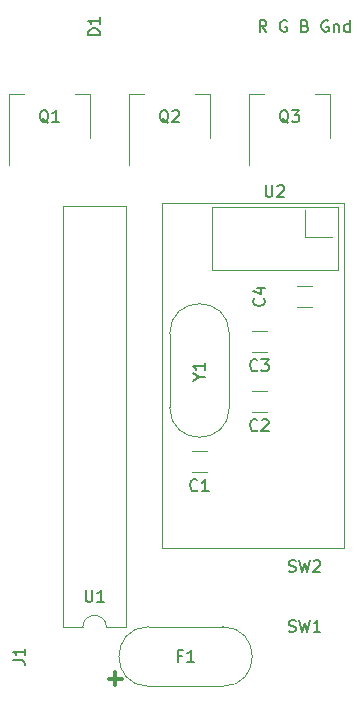
<source format=gbr>
G04 #@! TF.GenerationSoftware,KiCad,Pcbnew,5.1.5-52549c5~84~ubuntu18.04.1*
G04 #@! TF.CreationDate,2020-01-02T13:16:35+00:00*
G04 #@! TF.ProjectId,receiver,72656365-6976-4657-922e-6b696361645f,rev?*
G04 #@! TF.SameCoordinates,Original*
G04 #@! TF.FileFunction,Legend,Top*
G04 #@! TF.FilePolarity,Positive*
%FSLAX46Y46*%
G04 Gerber Fmt 4.6, Leading zero omitted, Abs format (unit mm)*
G04 Created by KiCad (PCBNEW 5.1.5-52549c5~84~ubuntu18.04.1) date 2020-01-02 13:16:35*
%MOMM*%
%LPD*%
G04 APERTURE LIST*
%ADD10C,0.300000*%
%ADD11C,0.200000*%
%ADD12C,0.120000*%
%ADD13C,0.150000*%
G04 APERTURE END LIST*
D10*
X112958571Y-126337142D02*
X114101428Y-126337142D01*
X113530000Y-126908571D02*
X113530000Y-125765714D01*
D11*
X126301904Y-71572380D02*
X125968571Y-71096190D01*
X125730476Y-71572380D02*
X125730476Y-70572380D01*
X126111428Y-70572380D01*
X126206666Y-70620000D01*
X126254285Y-70667619D01*
X126301904Y-70762857D01*
X126301904Y-70905714D01*
X126254285Y-71000952D01*
X126206666Y-71048571D01*
X126111428Y-71096190D01*
X125730476Y-71096190D01*
X128016190Y-70620000D02*
X127920952Y-70572380D01*
X127778095Y-70572380D01*
X127635238Y-70620000D01*
X127540000Y-70715238D01*
X127492380Y-70810476D01*
X127444761Y-71000952D01*
X127444761Y-71143809D01*
X127492380Y-71334285D01*
X127540000Y-71429523D01*
X127635238Y-71524761D01*
X127778095Y-71572380D01*
X127873333Y-71572380D01*
X128016190Y-71524761D01*
X128063809Y-71477142D01*
X128063809Y-71143809D01*
X127873333Y-71143809D01*
X129587619Y-71048571D02*
X129730476Y-71096190D01*
X129778095Y-71143809D01*
X129825714Y-71239047D01*
X129825714Y-71381904D01*
X129778095Y-71477142D01*
X129730476Y-71524761D01*
X129635238Y-71572380D01*
X129254285Y-71572380D01*
X129254285Y-70572380D01*
X129587619Y-70572380D01*
X129682857Y-70620000D01*
X129730476Y-70667619D01*
X129778095Y-70762857D01*
X129778095Y-70858095D01*
X129730476Y-70953333D01*
X129682857Y-71000952D01*
X129587619Y-71048571D01*
X129254285Y-71048571D01*
X131540000Y-70620000D02*
X131444761Y-70572380D01*
X131301904Y-70572380D01*
X131159047Y-70620000D01*
X131063809Y-70715238D01*
X131016190Y-70810476D01*
X130968571Y-71000952D01*
X130968571Y-71143809D01*
X131016190Y-71334285D01*
X131063809Y-71429523D01*
X131159047Y-71524761D01*
X131301904Y-71572380D01*
X131397142Y-71572380D01*
X131540000Y-71524761D01*
X131587619Y-71477142D01*
X131587619Y-71143809D01*
X131397142Y-71143809D01*
X132016190Y-70905714D02*
X132016190Y-71572380D01*
X132016190Y-71000952D02*
X132063809Y-70953333D01*
X132159047Y-70905714D01*
X132301904Y-70905714D01*
X132397142Y-70953333D01*
X132444761Y-71048571D01*
X132444761Y-71572380D01*
X133349523Y-71572380D02*
X133349523Y-70572380D01*
X133349523Y-71524761D02*
X133254285Y-71572380D01*
X133063809Y-71572380D01*
X132968571Y-71524761D01*
X132920952Y-71477142D01*
X132873333Y-71381904D01*
X132873333Y-71096190D01*
X132920952Y-71000952D01*
X132968571Y-70953333D01*
X133063809Y-70905714D01*
X133254285Y-70905714D01*
X133349523Y-70953333D01*
D12*
X111360000Y-76830000D02*
X110100000Y-76830000D01*
X104540000Y-76830000D02*
X105800000Y-76830000D01*
X111360000Y-80590000D02*
X111360000Y-76830000D01*
X104540000Y-82840000D02*
X104540000Y-76830000D01*
X114700000Y-82840000D02*
X114700000Y-76830000D01*
X121520000Y-80590000D02*
X121520000Y-76830000D01*
X114700000Y-76830000D02*
X115960000Y-76830000D01*
X121520000Y-76830000D02*
X120260000Y-76830000D01*
X131680000Y-76830000D02*
X130420000Y-76830000D01*
X124860000Y-76830000D02*
X126120000Y-76830000D01*
X131680000Y-80590000D02*
X131680000Y-76830000D01*
X124860000Y-82840000D02*
X124860000Y-76830000D01*
X121259000Y-108870000D02*
X120001000Y-108870000D01*
X121259000Y-107030000D02*
X120001000Y-107030000D01*
X132334000Y-86360000D02*
X132334000Y-91694000D01*
X132334000Y-91694000D02*
X121666000Y-91694000D01*
X121666000Y-91694000D02*
X121666000Y-86360000D01*
X121666000Y-86360000D02*
X121666000Y-86360000D01*
X131826000Y-88900000D02*
X129540000Y-88900000D01*
X129540000Y-88900000D02*
X129540000Y-86614000D01*
X129540000Y-86614000D02*
X129540000Y-86614000D01*
X132910000Y-86030000D02*
X132910000Y-115230000D01*
X132910000Y-115230000D02*
X117460000Y-115230000D01*
X117460000Y-115230000D02*
X117460000Y-86030000D01*
X117460000Y-86030000D02*
X132910000Y-86030000D01*
X132910000Y-86030000D02*
X132910000Y-86030000D01*
X121666000Y-86360000D02*
X132334000Y-86360000D01*
X132334000Y-86360000D02*
X132334000Y-86360000D01*
X110760000Y-121980000D02*
G75*
G02X112760000Y-121980000I1000000J0D01*
G01*
X112760000Y-121980000D02*
X114410000Y-121980000D01*
X114410000Y-121980000D02*
X114410000Y-86300000D01*
X114410000Y-86300000D02*
X109110000Y-86300000D01*
X109110000Y-86300000D02*
X109110000Y-121980000D01*
X109110000Y-121980000D02*
X110760000Y-121980000D01*
X126339000Y-103790000D02*
X125081000Y-103790000D01*
X126339000Y-101950000D02*
X125081000Y-101950000D01*
X126339000Y-96870000D02*
X125081000Y-96870000D01*
X126339000Y-98710000D02*
X125081000Y-98710000D01*
X128931000Y-94900000D02*
X130189000Y-94900000D01*
X128931000Y-93060000D02*
X130189000Y-93060000D01*
X118125000Y-103365000D02*
X118125000Y-97115000D01*
X123175000Y-103365000D02*
X123175000Y-97115000D01*
X123175000Y-103365000D02*
G75*
G02X118125000Y-103365000I-2525000J0D01*
G01*
X123175000Y-97115000D02*
G75*
G03X118125000Y-97115000I-2525000J0D01*
G01*
X122595000Y-126985000D02*
X116345000Y-126985000D01*
X122595000Y-121935000D02*
X116345000Y-121935000D01*
X122595000Y-121935000D02*
G75*
G02X122595000Y-126985000I0J-2525000D01*
G01*
X116345000Y-121935000D02*
G75*
G03X116345000Y-126985000I0J-2525000D01*
G01*
D13*
X107854761Y-79287619D02*
X107759523Y-79240000D01*
X107664285Y-79144761D01*
X107521428Y-79001904D01*
X107426190Y-78954285D01*
X107330952Y-78954285D01*
X107378571Y-79192380D02*
X107283333Y-79144761D01*
X107188095Y-79049523D01*
X107140476Y-78859047D01*
X107140476Y-78525714D01*
X107188095Y-78335238D01*
X107283333Y-78240000D01*
X107378571Y-78192380D01*
X107569047Y-78192380D01*
X107664285Y-78240000D01*
X107759523Y-78335238D01*
X107807142Y-78525714D01*
X107807142Y-78859047D01*
X107759523Y-79049523D01*
X107664285Y-79144761D01*
X107569047Y-79192380D01*
X107378571Y-79192380D01*
X108759523Y-79192380D02*
X108188095Y-79192380D01*
X108473809Y-79192380D02*
X108473809Y-78192380D01*
X108378571Y-78335238D01*
X108283333Y-78430476D01*
X108188095Y-78478095D01*
X118014761Y-79287619D02*
X117919523Y-79240000D01*
X117824285Y-79144761D01*
X117681428Y-79001904D01*
X117586190Y-78954285D01*
X117490952Y-78954285D01*
X117538571Y-79192380D02*
X117443333Y-79144761D01*
X117348095Y-79049523D01*
X117300476Y-78859047D01*
X117300476Y-78525714D01*
X117348095Y-78335238D01*
X117443333Y-78240000D01*
X117538571Y-78192380D01*
X117729047Y-78192380D01*
X117824285Y-78240000D01*
X117919523Y-78335238D01*
X117967142Y-78525714D01*
X117967142Y-78859047D01*
X117919523Y-79049523D01*
X117824285Y-79144761D01*
X117729047Y-79192380D01*
X117538571Y-79192380D01*
X118348095Y-78287619D02*
X118395714Y-78240000D01*
X118490952Y-78192380D01*
X118729047Y-78192380D01*
X118824285Y-78240000D01*
X118871904Y-78287619D01*
X118919523Y-78382857D01*
X118919523Y-78478095D01*
X118871904Y-78620952D01*
X118300476Y-79192380D01*
X118919523Y-79192380D01*
X128174761Y-79287619D02*
X128079523Y-79240000D01*
X127984285Y-79144761D01*
X127841428Y-79001904D01*
X127746190Y-78954285D01*
X127650952Y-78954285D01*
X127698571Y-79192380D02*
X127603333Y-79144761D01*
X127508095Y-79049523D01*
X127460476Y-78859047D01*
X127460476Y-78525714D01*
X127508095Y-78335238D01*
X127603333Y-78240000D01*
X127698571Y-78192380D01*
X127889047Y-78192380D01*
X127984285Y-78240000D01*
X128079523Y-78335238D01*
X128127142Y-78525714D01*
X128127142Y-78859047D01*
X128079523Y-79049523D01*
X127984285Y-79144761D01*
X127889047Y-79192380D01*
X127698571Y-79192380D01*
X128460476Y-78192380D02*
X129079523Y-78192380D01*
X128746190Y-78573333D01*
X128889047Y-78573333D01*
X128984285Y-78620952D01*
X129031904Y-78668571D01*
X129079523Y-78763809D01*
X129079523Y-79001904D01*
X129031904Y-79097142D01*
X128984285Y-79144761D01*
X128889047Y-79192380D01*
X128603333Y-79192380D01*
X128508095Y-79144761D01*
X128460476Y-79097142D01*
X120463333Y-110357142D02*
X120415714Y-110404761D01*
X120272857Y-110452380D01*
X120177619Y-110452380D01*
X120034761Y-110404761D01*
X119939523Y-110309523D01*
X119891904Y-110214285D01*
X119844285Y-110023809D01*
X119844285Y-109880952D01*
X119891904Y-109690476D01*
X119939523Y-109595238D01*
X120034761Y-109500000D01*
X120177619Y-109452380D01*
X120272857Y-109452380D01*
X120415714Y-109500000D01*
X120463333Y-109547619D01*
X121415714Y-110452380D02*
X120844285Y-110452380D01*
X121130000Y-110452380D02*
X121130000Y-109452380D01*
X121034761Y-109595238D01*
X120939523Y-109690476D01*
X120844285Y-109738095D01*
X126238095Y-84542380D02*
X126238095Y-85351904D01*
X126285714Y-85447142D01*
X126333333Y-85494761D01*
X126428571Y-85542380D01*
X126619047Y-85542380D01*
X126714285Y-85494761D01*
X126761904Y-85447142D01*
X126809523Y-85351904D01*
X126809523Y-84542380D01*
X127238095Y-84637619D02*
X127285714Y-84590000D01*
X127380952Y-84542380D01*
X127619047Y-84542380D01*
X127714285Y-84590000D01*
X127761904Y-84637619D01*
X127809523Y-84732857D01*
X127809523Y-84828095D01*
X127761904Y-84970952D01*
X127190476Y-85542380D01*
X127809523Y-85542380D01*
X110998095Y-118832380D02*
X110998095Y-119641904D01*
X111045714Y-119737142D01*
X111093333Y-119784761D01*
X111188571Y-119832380D01*
X111379047Y-119832380D01*
X111474285Y-119784761D01*
X111521904Y-119737142D01*
X111569523Y-119641904D01*
X111569523Y-118832380D01*
X112569523Y-119832380D02*
X111998095Y-119832380D01*
X112283809Y-119832380D02*
X112283809Y-118832380D01*
X112188571Y-118975238D01*
X112093333Y-119070476D01*
X111998095Y-119118095D01*
X125543333Y-105277142D02*
X125495714Y-105324761D01*
X125352857Y-105372380D01*
X125257619Y-105372380D01*
X125114761Y-105324761D01*
X125019523Y-105229523D01*
X124971904Y-105134285D01*
X124924285Y-104943809D01*
X124924285Y-104800952D01*
X124971904Y-104610476D01*
X125019523Y-104515238D01*
X125114761Y-104420000D01*
X125257619Y-104372380D01*
X125352857Y-104372380D01*
X125495714Y-104420000D01*
X125543333Y-104467619D01*
X125924285Y-104467619D02*
X125971904Y-104420000D01*
X126067142Y-104372380D01*
X126305238Y-104372380D01*
X126400476Y-104420000D01*
X126448095Y-104467619D01*
X126495714Y-104562857D01*
X126495714Y-104658095D01*
X126448095Y-104800952D01*
X125876666Y-105372380D01*
X126495714Y-105372380D01*
X125543333Y-100197142D02*
X125495714Y-100244761D01*
X125352857Y-100292380D01*
X125257619Y-100292380D01*
X125114761Y-100244761D01*
X125019523Y-100149523D01*
X124971904Y-100054285D01*
X124924285Y-99863809D01*
X124924285Y-99720952D01*
X124971904Y-99530476D01*
X125019523Y-99435238D01*
X125114761Y-99340000D01*
X125257619Y-99292380D01*
X125352857Y-99292380D01*
X125495714Y-99340000D01*
X125543333Y-99387619D01*
X125876666Y-99292380D02*
X126495714Y-99292380D01*
X126162380Y-99673333D01*
X126305238Y-99673333D01*
X126400476Y-99720952D01*
X126448095Y-99768571D01*
X126495714Y-99863809D01*
X126495714Y-100101904D01*
X126448095Y-100197142D01*
X126400476Y-100244761D01*
X126305238Y-100292380D01*
X126019523Y-100292380D01*
X125924285Y-100244761D01*
X125876666Y-100197142D01*
X126087142Y-94146666D02*
X126134761Y-94194285D01*
X126182380Y-94337142D01*
X126182380Y-94432380D01*
X126134761Y-94575238D01*
X126039523Y-94670476D01*
X125944285Y-94718095D01*
X125753809Y-94765714D01*
X125610952Y-94765714D01*
X125420476Y-94718095D01*
X125325238Y-94670476D01*
X125230000Y-94575238D01*
X125182380Y-94432380D01*
X125182380Y-94337142D01*
X125230000Y-94194285D01*
X125277619Y-94146666D01*
X125515714Y-93289523D02*
X126182380Y-93289523D01*
X125134761Y-93527619D02*
X125849047Y-93765714D01*
X125849047Y-93146666D01*
X104862380Y-124793333D02*
X105576666Y-124793333D01*
X105719523Y-124840952D01*
X105814761Y-124936190D01*
X105862380Y-125079047D01*
X105862380Y-125174285D01*
X105862380Y-123793333D02*
X105862380Y-124364761D01*
X105862380Y-124079047D02*
X104862380Y-124079047D01*
X105005238Y-124174285D01*
X105100476Y-124269523D01*
X105148095Y-124364761D01*
X128206666Y-122324761D02*
X128349523Y-122372380D01*
X128587619Y-122372380D01*
X128682857Y-122324761D01*
X128730476Y-122277142D01*
X128778095Y-122181904D01*
X128778095Y-122086666D01*
X128730476Y-121991428D01*
X128682857Y-121943809D01*
X128587619Y-121896190D01*
X128397142Y-121848571D01*
X128301904Y-121800952D01*
X128254285Y-121753333D01*
X128206666Y-121658095D01*
X128206666Y-121562857D01*
X128254285Y-121467619D01*
X128301904Y-121420000D01*
X128397142Y-121372380D01*
X128635238Y-121372380D01*
X128778095Y-121420000D01*
X129111428Y-121372380D02*
X129349523Y-122372380D01*
X129540000Y-121658095D01*
X129730476Y-122372380D01*
X129968571Y-121372380D01*
X130873333Y-122372380D02*
X130301904Y-122372380D01*
X130587619Y-122372380D02*
X130587619Y-121372380D01*
X130492380Y-121515238D01*
X130397142Y-121610476D01*
X130301904Y-121658095D01*
X128206666Y-117244761D02*
X128349523Y-117292380D01*
X128587619Y-117292380D01*
X128682857Y-117244761D01*
X128730476Y-117197142D01*
X128778095Y-117101904D01*
X128778095Y-117006666D01*
X128730476Y-116911428D01*
X128682857Y-116863809D01*
X128587619Y-116816190D01*
X128397142Y-116768571D01*
X128301904Y-116720952D01*
X128254285Y-116673333D01*
X128206666Y-116578095D01*
X128206666Y-116482857D01*
X128254285Y-116387619D01*
X128301904Y-116340000D01*
X128397142Y-116292380D01*
X128635238Y-116292380D01*
X128778095Y-116340000D01*
X129111428Y-116292380D02*
X129349523Y-117292380D01*
X129540000Y-116578095D01*
X129730476Y-117292380D01*
X129968571Y-116292380D01*
X130301904Y-116387619D02*
X130349523Y-116340000D01*
X130444761Y-116292380D01*
X130682857Y-116292380D01*
X130778095Y-116340000D01*
X130825714Y-116387619D01*
X130873333Y-116482857D01*
X130873333Y-116578095D01*
X130825714Y-116720952D01*
X130254285Y-117292380D01*
X130873333Y-117292380D01*
X120626190Y-100806190D02*
X121102380Y-100806190D01*
X120102380Y-101139523D02*
X120626190Y-100806190D01*
X120102380Y-100472857D01*
X121102380Y-99615714D02*
X121102380Y-100187142D01*
X121102380Y-99901428D02*
X120102380Y-99901428D01*
X120245238Y-99996666D01*
X120340476Y-100091904D01*
X120388095Y-100187142D01*
X119136666Y-124388571D02*
X118803333Y-124388571D01*
X118803333Y-124912380D02*
X118803333Y-123912380D01*
X119279523Y-123912380D01*
X120184285Y-124912380D02*
X119612857Y-124912380D01*
X119898571Y-124912380D02*
X119898571Y-123912380D01*
X119803333Y-124055238D01*
X119708095Y-124150476D01*
X119612857Y-124198095D01*
X112212380Y-71858095D02*
X111212380Y-71858095D01*
X111212380Y-71620000D01*
X111260000Y-71477142D01*
X111355238Y-71381904D01*
X111450476Y-71334285D01*
X111640952Y-71286666D01*
X111783809Y-71286666D01*
X111974285Y-71334285D01*
X112069523Y-71381904D01*
X112164761Y-71477142D01*
X112212380Y-71620000D01*
X112212380Y-71858095D01*
X112212380Y-70334285D02*
X112212380Y-70905714D01*
X112212380Y-70620000D02*
X111212380Y-70620000D01*
X111355238Y-70715238D01*
X111450476Y-70810476D01*
X111498095Y-70905714D01*
M02*

</source>
